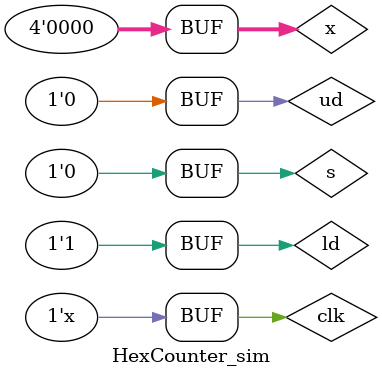
<source format=v>
`timescale 1ns / 1ps

module HexCounter_sim();
    reg s, ld, ud, clk;
    reg[3:0] x;
    wire[3:0] cnt;
    wire y;
    HexCounter test(
        .s(s), 
        .ld(ld),
        .ud(ud),
        .clk(clk),
        .x(x),
        .cnt(cnt),
        .y(y)
    );
    initial
    begin
        clk = 0;
        s = 0; 
        ld = 1;
        ud = 0;
        x = 4'b0000;
        //#100;
    end
    always #20 clk = ~clk;
    
endmodule

</source>
